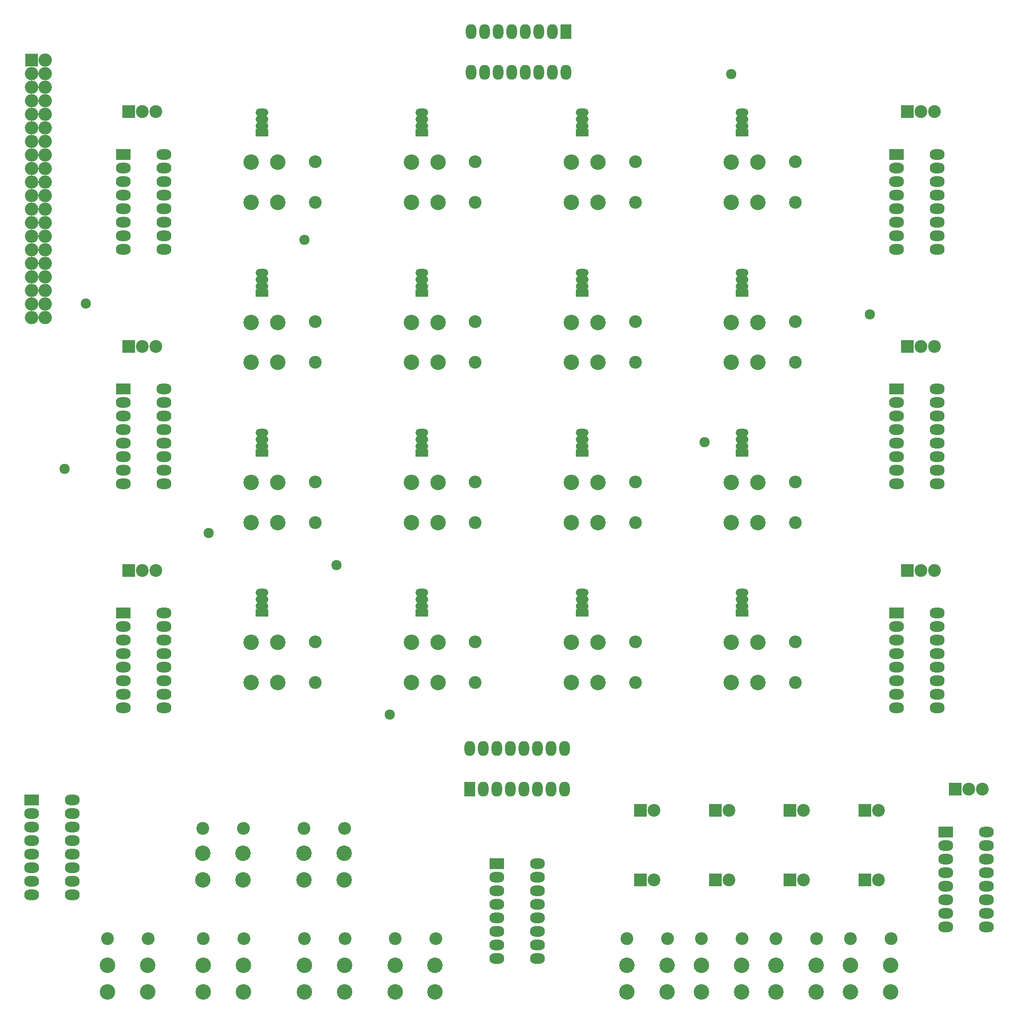
<source format=gbr>
G04 #@! TF.FileFunction,Soldermask,Bot*
%FSLAX46Y46*%
G04 Gerber Fmt 4.6, Leading zero omitted, Abs format (unit mm)*
G04 Created by KiCad (PCBNEW 4.0.6) date Mon May 20 15:41:34 2019*
%MOMM*%
%LPD*%
G01*
G04 APERTURE LIST*
%ADD10C,0.100000*%
%ADD11C,1.924000*%
%ADD12R,2.800000X2.000000*%
%ADD13O,2.800000X2.000000*%
%ADD14R,2.000000X2.800000*%
%ADD15O,2.000000X2.800000*%
%ADD16C,2.900000*%
%ADD17C,2.400000*%
%ADD18R,2.400000X2.400000*%
%ADD19O,2.400000X2.400000*%
%ADD20R,2.400000X1.470000*%
%ADD21O,2.400000X1.470000*%
%ADD22O,2.500000X2.500000*%
G04 APERTURE END LIST*
D10*
D11*
X196000000Y-125000000D03*
X137000000Y-176000000D03*
X201000000Y-56000000D03*
X121000000Y-87000000D03*
X127000000Y-148000000D03*
X227000000Y-101000000D03*
X103000000Y-142000000D03*
D12*
X241220000Y-198000000D03*
D13*
X248840000Y-215780000D03*
X241220000Y-200540000D03*
X248840000Y-213240000D03*
X241220000Y-203080000D03*
X248840000Y-210700000D03*
X241220000Y-205620000D03*
X248840000Y-208160000D03*
X241220000Y-208160000D03*
X248840000Y-205620000D03*
X241220000Y-210700000D03*
X248840000Y-203080000D03*
X241220000Y-213240000D03*
X248840000Y-200540000D03*
X241220000Y-215780000D03*
X248840000Y-198000000D03*
D12*
X157000000Y-204000000D03*
D13*
X164620000Y-221780000D03*
X157000000Y-206540000D03*
X164620000Y-219240000D03*
X157000000Y-209080000D03*
X164620000Y-216700000D03*
X157000000Y-211620000D03*
X164620000Y-214160000D03*
X157000000Y-214160000D03*
X164620000Y-211620000D03*
X157000000Y-216700000D03*
X164620000Y-209080000D03*
X157000000Y-219240000D03*
X164620000Y-206540000D03*
X157000000Y-221780000D03*
X164620000Y-204000000D03*
D12*
X69850000Y-192000000D03*
D13*
X77470000Y-209780000D03*
X69850000Y-194540000D03*
X77470000Y-207240000D03*
X69850000Y-197080000D03*
X77470000Y-204700000D03*
X69850000Y-199620000D03*
X77470000Y-202160000D03*
X69850000Y-202160000D03*
X77470000Y-199620000D03*
X69850000Y-204700000D03*
X77470000Y-197080000D03*
X69850000Y-207240000D03*
X77470000Y-194540000D03*
X69850000Y-209780000D03*
X77470000Y-192000000D03*
D12*
X232000000Y-157000000D03*
D13*
X239620000Y-174780000D03*
X232000000Y-159540000D03*
X239620000Y-172240000D03*
X232000000Y-162080000D03*
X239620000Y-169700000D03*
X232000000Y-164620000D03*
X239620000Y-167160000D03*
X232000000Y-167160000D03*
X239620000Y-164620000D03*
X232000000Y-169700000D03*
X239620000Y-162080000D03*
X232000000Y-172240000D03*
X239620000Y-159540000D03*
X232000000Y-174780000D03*
X239620000Y-157000000D03*
D12*
X232000000Y-115000000D03*
D13*
X239620000Y-132780000D03*
X232000000Y-117540000D03*
X239620000Y-130240000D03*
X232000000Y-120080000D03*
X239620000Y-127700000D03*
X232000000Y-122620000D03*
X239620000Y-125160000D03*
X232000000Y-125160000D03*
X239620000Y-122620000D03*
X232000000Y-127700000D03*
X239620000Y-120080000D03*
X232000000Y-130240000D03*
X239620000Y-117540000D03*
X232000000Y-132780000D03*
X239620000Y-115000000D03*
D12*
X232000000Y-71000000D03*
D13*
X239620000Y-88780000D03*
X232000000Y-73540000D03*
X239620000Y-86240000D03*
X232000000Y-76080000D03*
X239620000Y-83700000D03*
X232000000Y-78620000D03*
X239620000Y-81160000D03*
X232000000Y-81160000D03*
X239620000Y-78620000D03*
X232000000Y-83700000D03*
X239620000Y-76080000D03*
X232000000Y-86240000D03*
X239620000Y-73540000D03*
X232000000Y-88780000D03*
X239620000Y-71000000D03*
D14*
X152000000Y-190000000D03*
D15*
X169780000Y-182380000D03*
X154540000Y-190000000D03*
X167240000Y-182380000D03*
X157080000Y-190000000D03*
X164700000Y-182380000D03*
X159620000Y-190000000D03*
X162160000Y-182380000D03*
X162160000Y-190000000D03*
X159620000Y-182380000D03*
X164700000Y-190000000D03*
X157080000Y-182380000D03*
X167240000Y-190000000D03*
X154540000Y-182380000D03*
X169780000Y-190000000D03*
X152000000Y-182380000D03*
D14*
X170000000Y-48000000D03*
D15*
X152220000Y-55620000D03*
X167460000Y-48000000D03*
X154760000Y-55620000D03*
X164920000Y-48000000D03*
X157300000Y-55620000D03*
X162380000Y-48000000D03*
X159840000Y-55620000D03*
X159840000Y-48000000D03*
X162380000Y-55620000D03*
X157300000Y-48000000D03*
X164920000Y-55620000D03*
X154760000Y-48000000D03*
X167460000Y-55620000D03*
X152220000Y-48000000D03*
X170000000Y-55620000D03*
D12*
X87000000Y-157000000D03*
D13*
X94620000Y-174780000D03*
X87000000Y-159540000D03*
X94620000Y-172240000D03*
X87000000Y-162080000D03*
X94620000Y-169700000D03*
X87000000Y-164620000D03*
X94620000Y-167160000D03*
X87000000Y-167160000D03*
X94620000Y-164620000D03*
X87000000Y-169700000D03*
X94620000Y-162080000D03*
X87000000Y-172240000D03*
X94620000Y-159540000D03*
X87000000Y-174780000D03*
X94620000Y-157000000D03*
D12*
X87000000Y-115000000D03*
D13*
X94620000Y-132780000D03*
X87000000Y-117540000D03*
X94620000Y-130240000D03*
X87000000Y-120080000D03*
X94620000Y-127700000D03*
X87000000Y-122620000D03*
X94620000Y-125160000D03*
X87000000Y-125160000D03*
X94620000Y-122620000D03*
X87000000Y-127700000D03*
X94620000Y-120080000D03*
X87000000Y-130240000D03*
X94620000Y-117540000D03*
X87000000Y-132780000D03*
X94620000Y-115000000D03*
D12*
X87000000Y-71000000D03*
D13*
X94620000Y-88780000D03*
X87000000Y-73540000D03*
X94620000Y-86240000D03*
X87000000Y-76080000D03*
X94620000Y-83700000D03*
X87000000Y-78620000D03*
X94620000Y-81160000D03*
X87000000Y-81160000D03*
X94620000Y-78620000D03*
X87000000Y-83700000D03*
X94620000Y-76080000D03*
X87000000Y-86240000D03*
X94620000Y-73540000D03*
X87000000Y-88780000D03*
X94620000Y-71000000D03*
D16*
X120920000Y-207000000D03*
X120920000Y-202000000D03*
X128420000Y-207000000D03*
X128420000Y-202000000D03*
X223330000Y-228000000D03*
X223330000Y-223000000D03*
X230830000Y-228000000D03*
X230830000Y-223000000D03*
X209360000Y-228000000D03*
X209360000Y-223000000D03*
X216860000Y-228000000D03*
X216860000Y-223000000D03*
X195390000Y-228000000D03*
X195390000Y-223000000D03*
X202890000Y-228000000D03*
X202890000Y-223000000D03*
X181420000Y-228000000D03*
X181420000Y-223000000D03*
X188920000Y-228000000D03*
X188920000Y-223000000D03*
X101950000Y-207000000D03*
X101950000Y-202000000D03*
X109450000Y-207000000D03*
X109450000Y-202000000D03*
X137970000Y-228000000D03*
X137970000Y-223000000D03*
X145470000Y-228000000D03*
X145470000Y-223000000D03*
X121000000Y-228000000D03*
X121000000Y-223000000D03*
X128500000Y-228000000D03*
X128500000Y-223000000D03*
X102030000Y-228000000D03*
X102030000Y-223000000D03*
X109530000Y-228000000D03*
X109530000Y-223000000D03*
X84060000Y-228000000D03*
X84060000Y-223000000D03*
X91560000Y-228000000D03*
X91560000Y-223000000D03*
X206000000Y-170000000D03*
X201000000Y-170000000D03*
X206000000Y-162500000D03*
X201000000Y-162500000D03*
X206000000Y-140000000D03*
X201000000Y-140000000D03*
X206000000Y-132500000D03*
X201000000Y-132500000D03*
X206000000Y-110000000D03*
X201000000Y-110000000D03*
X206000000Y-102500000D03*
X201000000Y-102500000D03*
X206000000Y-80000000D03*
X201000000Y-80000000D03*
X206000000Y-72500000D03*
X201000000Y-72500000D03*
X176000000Y-170000000D03*
X171000000Y-170000000D03*
X176000000Y-162500000D03*
X171000000Y-162500000D03*
X176000000Y-140000000D03*
X171000000Y-140000000D03*
X176000000Y-132500000D03*
X171000000Y-132500000D03*
X176000000Y-110000000D03*
X171000000Y-110000000D03*
X176000000Y-102500000D03*
X171000000Y-102500000D03*
X176000000Y-80000000D03*
X171000000Y-80000000D03*
X176000000Y-72500000D03*
X171000000Y-72500000D03*
X146000000Y-170000000D03*
X141000000Y-170000000D03*
X146000000Y-162500000D03*
X141000000Y-162500000D03*
X146000000Y-140000000D03*
X141000000Y-140000000D03*
X146000000Y-132500000D03*
X141000000Y-132500000D03*
X146000000Y-110000000D03*
X141000000Y-110000000D03*
X146000000Y-102500000D03*
X141000000Y-102500000D03*
X146000000Y-80000000D03*
X141000000Y-80000000D03*
X146000000Y-72500000D03*
X141000000Y-72500000D03*
X116000000Y-170000000D03*
X111000000Y-170000000D03*
X116000000Y-162500000D03*
X111000000Y-162500000D03*
X116000000Y-140000000D03*
X111000000Y-140000000D03*
X116000000Y-132500000D03*
X111000000Y-132500000D03*
X116000000Y-110000000D03*
X111000000Y-110000000D03*
X116000000Y-102500000D03*
X111000000Y-102500000D03*
D17*
X239080000Y-149000000D03*
D18*
X234000000Y-149000000D03*
D17*
X236540000Y-149000000D03*
X239080000Y-107000000D03*
D18*
X234000000Y-107000000D03*
D17*
X236540000Y-107000000D03*
X239080000Y-63000000D03*
D18*
X234000000Y-63000000D03*
D17*
X236540000Y-63000000D03*
X93080000Y-149000000D03*
D18*
X88000000Y-149000000D03*
D17*
X90540000Y-149000000D03*
X93080000Y-107000000D03*
D18*
X88000000Y-107000000D03*
D17*
X90540000Y-107000000D03*
X93080000Y-63000000D03*
D18*
X88000000Y-63000000D03*
D17*
X90540000Y-63000000D03*
X120920000Y-197390000D03*
D19*
X128540000Y-197390000D03*
D17*
X223330000Y-218000000D03*
D19*
X230950000Y-218000000D03*
D17*
X209360000Y-218000000D03*
D19*
X216980000Y-218000000D03*
D17*
X195390000Y-218000000D03*
D19*
X203010000Y-218000000D03*
D17*
X181420000Y-218000000D03*
D19*
X189040000Y-218000000D03*
D17*
X101950000Y-197390000D03*
D19*
X109570000Y-197390000D03*
D17*
X137970000Y-218000000D03*
D19*
X145590000Y-218000000D03*
D17*
X121000000Y-218000000D03*
D19*
X128620000Y-218000000D03*
D17*
X102030000Y-218000000D03*
D19*
X109650000Y-218000000D03*
D17*
X84060000Y-218000000D03*
D19*
X91680000Y-218000000D03*
D17*
X213000000Y-170000000D03*
D19*
X213000000Y-162380000D03*
D17*
X213000000Y-140000000D03*
D19*
X213000000Y-132380000D03*
D17*
X213000000Y-110000000D03*
D19*
X213000000Y-102380000D03*
D17*
X213000000Y-80000000D03*
D19*
X213000000Y-72380000D03*
D17*
X183000000Y-170000000D03*
D19*
X183000000Y-162380000D03*
D17*
X183000000Y-140000000D03*
D19*
X183000000Y-132380000D03*
D17*
X183000000Y-110000000D03*
D19*
X183000000Y-102380000D03*
D17*
X183000000Y-80000000D03*
D19*
X183000000Y-72380000D03*
D17*
X153000000Y-170000000D03*
D19*
X153000000Y-162380000D03*
D17*
X153000000Y-140000000D03*
D19*
X153000000Y-132380000D03*
D17*
X153000000Y-110000000D03*
D19*
X153000000Y-102380000D03*
D17*
X153000000Y-80000000D03*
D19*
X153000000Y-72380000D03*
D17*
X123000000Y-170000000D03*
D19*
X123000000Y-162380000D03*
D17*
X123000000Y-140000000D03*
D19*
X123000000Y-132380000D03*
D17*
X123000000Y-110000000D03*
D19*
X123000000Y-102380000D03*
D17*
X123000000Y-80000000D03*
D19*
X123000000Y-72380000D03*
D18*
X226000000Y-207000000D03*
D17*
X228540000Y-207000000D03*
D18*
X212000000Y-207000000D03*
D17*
X214540000Y-207000000D03*
D18*
X198000000Y-207000000D03*
D17*
X200540000Y-207000000D03*
D18*
X184000000Y-207000000D03*
D17*
X186540000Y-207000000D03*
D18*
X226000000Y-194000000D03*
D17*
X228540000Y-194000000D03*
D18*
X212000000Y-194000000D03*
D17*
X214540000Y-194000000D03*
D18*
X198000000Y-194000000D03*
D17*
X200540000Y-194000000D03*
D18*
X184000000Y-194000000D03*
D17*
X186540000Y-194000000D03*
D20*
X203000000Y-157000000D03*
D21*
X203000000Y-155730000D03*
X203000000Y-154460000D03*
X203000000Y-153190000D03*
D20*
X203000000Y-127000000D03*
D21*
X203000000Y-125730000D03*
X203000000Y-124460000D03*
X203000000Y-123190000D03*
D20*
X203000000Y-97000000D03*
D21*
X203000000Y-95730000D03*
X203000000Y-94460000D03*
X203000000Y-93190000D03*
D20*
X203000000Y-67000000D03*
D21*
X203000000Y-65730000D03*
X203000000Y-64460000D03*
X203000000Y-63190000D03*
D20*
X173000000Y-157000000D03*
D21*
X173000000Y-155730000D03*
X173000000Y-154460000D03*
X173000000Y-153190000D03*
D20*
X173000000Y-127000000D03*
D21*
X173000000Y-125730000D03*
X173000000Y-124460000D03*
X173000000Y-123190000D03*
D20*
X173000000Y-97000000D03*
D21*
X173000000Y-95730000D03*
X173000000Y-94460000D03*
X173000000Y-93190000D03*
D20*
X173000000Y-67000000D03*
D21*
X173000000Y-65730000D03*
X173000000Y-64460000D03*
X173000000Y-63190000D03*
D20*
X143000000Y-157000000D03*
D21*
X143000000Y-155730000D03*
X143000000Y-154460000D03*
X143000000Y-153190000D03*
D20*
X143000000Y-127000000D03*
D21*
X143000000Y-125730000D03*
X143000000Y-124460000D03*
X143000000Y-123190000D03*
D20*
X143000000Y-97000000D03*
D21*
X143000000Y-95730000D03*
X143000000Y-94460000D03*
X143000000Y-93190000D03*
D20*
X143000000Y-67000000D03*
D21*
X143000000Y-65730000D03*
X143000000Y-64460000D03*
X143000000Y-63190000D03*
D20*
X113000000Y-157000000D03*
D21*
X113000000Y-155730000D03*
X113000000Y-154460000D03*
X113000000Y-153190000D03*
D20*
X113000000Y-127000000D03*
D21*
X113000000Y-125730000D03*
X113000000Y-124460000D03*
X113000000Y-123190000D03*
D20*
X113000000Y-97000000D03*
D21*
X113000000Y-95730000D03*
X113000000Y-94460000D03*
X113000000Y-93190000D03*
D20*
X113000000Y-67000000D03*
D21*
X113000000Y-65730000D03*
X113000000Y-64460000D03*
X113000000Y-63190000D03*
D16*
X116000000Y-80000000D03*
X111000000Y-80000000D03*
X116000000Y-72500000D03*
X111000000Y-72500000D03*
D17*
X248080000Y-190000000D03*
D18*
X243000000Y-190000000D03*
D17*
X245540000Y-190000000D03*
D18*
X69850000Y-53340000D03*
D22*
X72390000Y-53340000D03*
X69850000Y-55880000D03*
X72390000Y-55880000D03*
X69850000Y-58420000D03*
X72390000Y-58420000D03*
X69850000Y-60960000D03*
X72390000Y-60960000D03*
X69850000Y-63500000D03*
X72390000Y-63500000D03*
X69850000Y-66040000D03*
X72390000Y-66040000D03*
X69850000Y-68580000D03*
X72390000Y-68580000D03*
X69850000Y-71120000D03*
X72390000Y-71120000D03*
X69850000Y-73660000D03*
X72390000Y-73660000D03*
X69850000Y-76200000D03*
X72390000Y-76200000D03*
X69850000Y-78740000D03*
X72390000Y-78740000D03*
X69850000Y-81280000D03*
X72390000Y-81280000D03*
X69850000Y-83820000D03*
X72390000Y-83820000D03*
X69850000Y-86360000D03*
X72390000Y-86360000D03*
X69850000Y-88900000D03*
X72390000Y-88900000D03*
X69850000Y-91440000D03*
X72390000Y-91440000D03*
X69850000Y-93980000D03*
X72390000Y-93980000D03*
X69850000Y-96520000D03*
X72390000Y-96520000D03*
X69850000Y-99060000D03*
X72390000Y-99060000D03*
X69850000Y-101600000D03*
X72390000Y-101600000D03*
D11*
X80000000Y-99000000D03*
X76000000Y-130000000D03*
M02*

</source>
